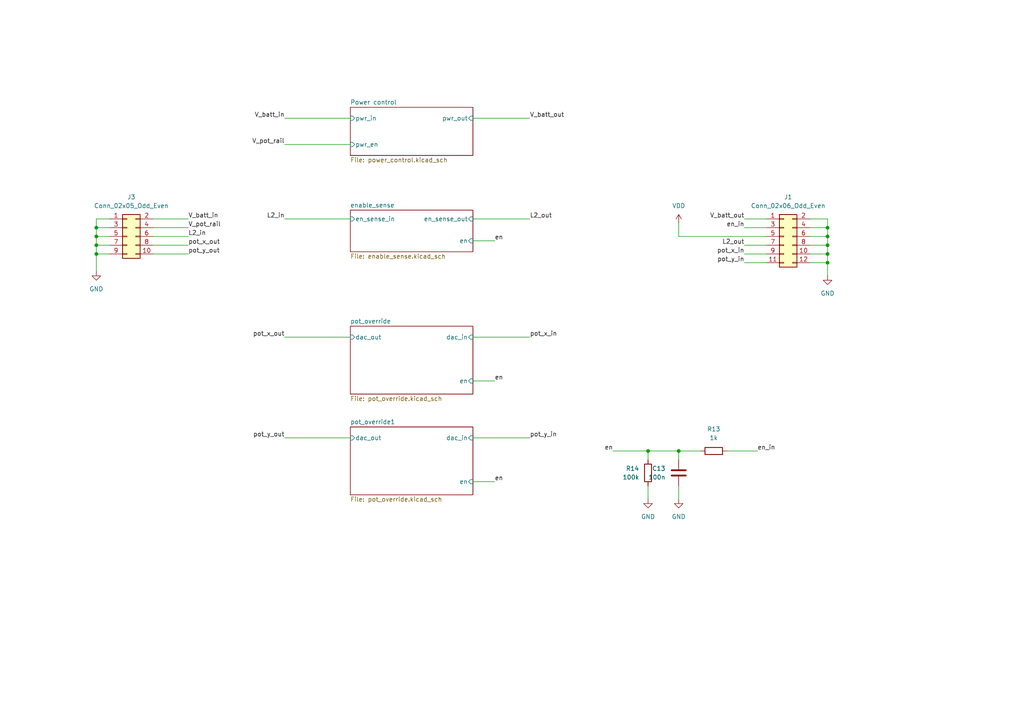
<source format=kicad_sch>
(kicad_sch
	(version 20250114)
	(generator "eeschema")
	(generator_version "9.0")
	(uuid "a1ebae20-a03f-48f7-ade6-932948ccc2fb")
	(paper "A4")
	(lib_symbols
		(symbol "Connector_Generic:Conn_02x05_Odd_Even"
			(pin_names
				(offset 1.016)
				(hide yes)
			)
			(exclude_from_sim no)
			(in_bom yes)
			(on_board yes)
			(property "Reference" "J"
				(at 1.27 7.62 0)
				(effects
					(font
						(size 1.27 1.27)
					)
				)
			)
			(property "Value" "Conn_02x05_Odd_Even"
				(at 1.27 -7.62 0)
				(effects
					(font
						(size 1.27 1.27)
					)
				)
			)
			(property "Footprint" ""
				(at 0 0 0)
				(effects
					(font
						(size 1.27 1.27)
					)
					(hide yes)
				)
			)
			(property "Datasheet" "~"
				(at 0 0 0)
				(effects
					(font
						(size 1.27 1.27)
					)
					(hide yes)
				)
			)
			(property "Description" "Generic connector, double row, 02x05, odd/even pin numbering scheme (row 1 odd numbers, row 2 even numbers), script generated (kicad-library-utils/schlib/autogen/connector/)"
				(at 0 0 0)
				(effects
					(font
						(size 1.27 1.27)
					)
					(hide yes)
				)
			)
			(property "ki_keywords" "connector"
				(at 0 0 0)
				(effects
					(font
						(size 1.27 1.27)
					)
					(hide yes)
				)
			)
			(property "ki_fp_filters" "Connector*:*_2x??_*"
				(at 0 0 0)
				(effects
					(font
						(size 1.27 1.27)
					)
					(hide yes)
				)
			)
			(symbol "Conn_02x05_Odd_Even_1_1"
				(rectangle
					(start -1.27 6.35)
					(end 3.81 -6.35)
					(stroke
						(width 0.254)
						(type default)
					)
					(fill
						(type background)
					)
				)
				(rectangle
					(start -1.27 5.207)
					(end 0 4.953)
					(stroke
						(width 0.1524)
						(type default)
					)
					(fill
						(type none)
					)
				)
				(rectangle
					(start -1.27 2.667)
					(end 0 2.413)
					(stroke
						(width 0.1524)
						(type default)
					)
					(fill
						(type none)
					)
				)
				(rectangle
					(start -1.27 0.127)
					(end 0 -0.127)
					(stroke
						(width 0.1524)
						(type default)
					)
					(fill
						(type none)
					)
				)
				(rectangle
					(start -1.27 -2.413)
					(end 0 -2.667)
					(stroke
						(width 0.1524)
						(type default)
					)
					(fill
						(type none)
					)
				)
				(rectangle
					(start -1.27 -4.953)
					(end 0 -5.207)
					(stroke
						(width 0.1524)
						(type default)
					)
					(fill
						(type none)
					)
				)
				(rectangle
					(start 3.81 5.207)
					(end 2.54 4.953)
					(stroke
						(width 0.1524)
						(type default)
					)
					(fill
						(type none)
					)
				)
				(rectangle
					(start 3.81 2.667)
					(end 2.54 2.413)
					(stroke
						(width 0.1524)
						(type default)
					)
					(fill
						(type none)
					)
				)
				(rectangle
					(start 3.81 0.127)
					(end 2.54 -0.127)
					(stroke
						(width 0.1524)
						(type default)
					)
					(fill
						(type none)
					)
				)
				(rectangle
					(start 3.81 -2.413)
					(end 2.54 -2.667)
					(stroke
						(width 0.1524)
						(type default)
					)
					(fill
						(type none)
					)
				)
				(rectangle
					(start 3.81 -4.953)
					(end 2.54 -5.207)
					(stroke
						(width 0.1524)
						(type default)
					)
					(fill
						(type none)
					)
				)
				(pin passive line
					(at -5.08 5.08 0)
					(length 3.81)
					(name "Pin_1"
						(effects
							(font
								(size 1.27 1.27)
							)
						)
					)
					(number "1"
						(effects
							(font
								(size 1.27 1.27)
							)
						)
					)
				)
				(pin passive line
					(at -5.08 2.54 0)
					(length 3.81)
					(name "Pin_3"
						(effects
							(font
								(size 1.27 1.27)
							)
						)
					)
					(number "3"
						(effects
							(font
								(size 1.27 1.27)
							)
						)
					)
				)
				(pin passive line
					(at -5.08 0 0)
					(length 3.81)
					(name "Pin_5"
						(effects
							(font
								(size 1.27 1.27)
							)
						)
					)
					(number "5"
						(effects
							(font
								(size 1.27 1.27)
							)
						)
					)
				)
				(pin passive line
					(at -5.08 -2.54 0)
					(length 3.81)
					(name "Pin_7"
						(effects
							(font
								(size 1.27 1.27)
							)
						)
					)
					(number "7"
						(effects
							(font
								(size 1.27 1.27)
							)
						)
					)
				)
				(pin passive line
					(at -5.08 -5.08 0)
					(length 3.81)
					(name "Pin_9"
						(effects
							(font
								(size 1.27 1.27)
							)
						)
					)
					(number "9"
						(effects
							(font
								(size 1.27 1.27)
							)
						)
					)
				)
				(pin passive line
					(at 7.62 5.08 180)
					(length 3.81)
					(name "Pin_2"
						(effects
							(font
								(size 1.27 1.27)
							)
						)
					)
					(number "2"
						(effects
							(font
								(size 1.27 1.27)
							)
						)
					)
				)
				(pin passive line
					(at 7.62 2.54 180)
					(length 3.81)
					(name "Pin_4"
						(effects
							(font
								(size 1.27 1.27)
							)
						)
					)
					(number "4"
						(effects
							(font
								(size 1.27 1.27)
							)
						)
					)
				)
				(pin passive line
					(at 7.62 0 180)
					(length 3.81)
					(name "Pin_6"
						(effects
							(font
								(size 1.27 1.27)
							)
						)
					)
					(number "6"
						(effects
							(font
								(size 1.27 1.27)
							)
						)
					)
				)
				(pin passive line
					(at 7.62 -2.54 180)
					(length 3.81)
					(name "Pin_8"
						(effects
							(font
								(size 1.27 1.27)
							)
						)
					)
					(number "8"
						(effects
							(font
								(size 1.27 1.27)
							)
						)
					)
				)
				(pin passive line
					(at 7.62 -5.08 180)
					(length 3.81)
					(name "Pin_10"
						(effects
							(font
								(size 1.27 1.27)
							)
						)
					)
					(number "10"
						(effects
							(font
								(size 1.27 1.27)
							)
						)
					)
				)
			)
			(embedded_fonts no)
		)
		(symbol "Connector_Generic:Conn_02x06_Odd_Even"
			(pin_names
				(offset 1.016)
				(hide yes)
			)
			(exclude_from_sim no)
			(in_bom yes)
			(on_board yes)
			(property "Reference" "J"
				(at 1.27 7.62 0)
				(effects
					(font
						(size 1.27 1.27)
					)
				)
			)
			(property "Value" "Conn_02x06_Odd_Even"
				(at 1.27 -10.16 0)
				(effects
					(font
						(size 1.27 1.27)
					)
				)
			)
			(property "Footprint" ""
				(at 0 0 0)
				(effects
					(font
						(size 1.27 1.27)
					)
					(hide yes)
				)
			)
			(property "Datasheet" "~"
				(at 0 0 0)
				(effects
					(font
						(size 1.27 1.27)
					)
					(hide yes)
				)
			)
			(property "Description" "Generic connector, double row, 02x06, odd/even pin numbering scheme (row 1 odd numbers, row 2 even numbers), script generated (kicad-library-utils/schlib/autogen/connector/)"
				(at 0 0 0)
				(effects
					(font
						(size 1.27 1.27)
					)
					(hide yes)
				)
			)
			(property "ki_keywords" "connector"
				(at 0 0 0)
				(effects
					(font
						(size 1.27 1.27)
					)
					(hide yes)
				)
			)
			(property "ki_fp_filters" "Connector*:*_2x??_*"
				(at 0 0 0)
				(effects
					(font
						(size 1.27 1.27)
					)
					(hide yes)
				)
			)
			(symbol "Conn_02x06_Odd_Even_1_1"
				(rectangle
					(start -1.27 6.35)
					(end 3.81 -8.89)
					(stroke
						(width 0.254)
						(type default)
					)
					(fill
						(type background)
					)
				)
				(rectangle
					(start -1.27 5.207)
					(end 0 4.953)
					(stroke
						(width 0.1524)
						(type default)
					)
					(fill
						(type none)
					)
				)
				(rectangle
					(start -1.27 2.667)
					(end 0 2.413)
					(stroke
						(width 0.1524)
						(type default)
					)
					(fill
						(type none)
					)
				)
				(rectangle
					(start -1.27 0.127)
					(end 0 -0.127)
					(stroke
						(width 0.1524)
						(type default)
					)
					(fill
						(type none)
					)
				)
				(rectangle
					(start -1.27 -2.413)
					(end 0 -2.667)
					(stroke
						(width 0.1524)
						(type default)
					)
					(fill
						(type none)
					)
				)
				(rectangle
					(start -1.27 -4.953)
					(end 0 -5.207)
					(stroke
						(width 0.1524)
						(type default)
					)
					(fill
						(type none)
					)
				)
				(rectangle
					(start -1.27 -7.493)
					(end 0 -7.747)
					(stroke
						(width 0.1524)
						(type default)
					)
					(fill
						(type none)
					)
				)
				(rectangle
					(start 3.81 5.207)
					(end 2.54 4.953)
					(stroke
						(width 0.1524)
						(type default)
					)
					(fill
						(type none)
					)
				)
				(rectangle
					(start 3.81 2.667)
					(end 2.54 2.413)
					(stroke
						(width 0.1524)
						(type default)
					)
					(fill
						(type none)
					)
				)
				(rectangle
					(start 3.81 0.127)
					(end 2.54 -0.127)
					(stroke
						(width 0.1524)
						(type default)
					)
					(fill
						(type none)
					)
				)
				(rectangle
					(start 3.81 -2.413)
					(end 2.54 -2.667)
					(stroke
						(width 0.1524)
						(type default)
					)
					(fill
						(type none)
					)
				)
				(rectangle
					(start 3.81 -4.953)
					(end 2.54 -5.207)
					(stroke
						(width 0.1524)
						(type default)
					)
					(fill
						(type none)
					)
				)
				(rectangle
					(start 3.81 -7.493)
					(end 2.54 -7.747)
					(stroke
						(width 0.1524)
						(type default)
					)
					(fill
						(type none)
					)
				)
				(pin passive line
					(at -5.08 5.08 0)
					(length 3.81)
					(name "Pin_1"
						(effects
							(font
								(size 1.27 1.27)
							)
						)
					)
					(number "1"
						(effects
							(font
								(size 1.27 1.27)
							)
						)
					)
				)
				(pin passive line
					(at -5.08 2.54 0)
					(length 3.81)
					(name "Pin_3"
						(effects
							(font
								(size 1.27 1.27)
							)
						)
					)
					(number "3"
						(effects
							(font
								(size 1.27 1.27)
							)
						)
					)
				)
				(pin passive line
					(at -5.08 0 0)
					(length 3.81)
					(name "Pin_5"
						(effects
							(font
								(size 1.27 1.27)
							)
						)
					)
					(number "5"
						(effects
							(font
								(size 1.27 1.27)
							)
						)
					)
				)
				(pin passive line
					(at -5.08 -2.54 0)
					(length 3.81)
					(name "Pin_7"
						(effects
							(font
								(size 1.27 1.27)
							)
						)
					)
					(number "7"
						(effects
							(font
								(size 1.27 1.27)
							)
						)
					)
				)
				(pin passive line
					(at -5.08 -5.08 0)
					(length 3.81)
					(name "Pin_9"
						(effects
							(font
								(size 1.27 1.27)
							)
						)
					)
					(number "9"
						(effects
							(font
								(size 1.27 1.27)
							)
						)
					)
				)
				(pin passive line
					(at -5.08 -7.62 0)
					(length 3.81)
					(name "Pin_11"
						(effects
							(font
								(size 1.27 1.27)
							)
						)
					)
					(number "11"
						(effects
							(font
								(size 1.27 1.27)
							)
						)
					)
				)
				(pin passive line
					(at 7.62 5.08 180)
					(length 3.81)
					(name "Pin_2"
						(effects
							(font
								(size 1.27 1.27)
							)
						)
					)
					(number "2"
						(effects
							(font
								(size 1.27 1.27)
							)
						)
					)
				)
				(pin passive line
					(at 7.62 2.54 180)
					(length 3.81)
					(name "Pin_4"
						(effects
							(font
								(size 1.27 1.27)
							)
						)
					)
					(number "4"
						(effects
							(font
								(size 1.27 1.27)
							)
						)
					)
				)
				(pin passive line
					(at 7.62 0 180)
					(length 3.81)
					(name "Pin_6"
						(effects
							(font
								(size 1.27 1.27)
							)
						)
					)
					(number "6"
						(effects
							(font
								(size 1.27 1.27)
							)
						)
					)
				)
				(pin passive line
					(at 7.62 -2.54 180)
					(length 3.81)
					(name "Pin_8"
						(effects
							(font
								(size 1.27 1.27)
							)
						)
					)
					(number "8"
						(effects
							(font
								(size 1.27 1.27)
							)
						)
					)
				)
				(pin passive line
					(at 7.62 -5.08 180)
					(length 3.81)
					(name "Pin_10"
						(effects
							(font
								(size 1.27 1.27)
							)
						)
					)
					(number "10"
						(effects
							(font
								(size 1.27 1.27)
							)
						)
					)
				)
				(pin passive line
					(at 7.62 -7.62 180)
					(length 3.81)
					(name "Pin_12"
						(effects
							(font
								(size 1.27 1.27)
							)
						)
					)
					(number "12"
						(effects
							(font
								(size 1.27 1.27)
							)
						)
					)
				)
			)
			(embedded_fonts no)
		)
		(symbol "Device:C"
			(pin_numbers
				(hide yes)
			)
			(pin_names
				(offset 0.254)
			)
			(exclude_from_sim no)
			(in_bom yes)
			(on_board yes)
			(property "Reference" "C"
				(at 0.635 2.54 0)
				(effects
					(font
						(size 1.27 1.27)
					)
					(justify left)
				)
			)
			(property "Value" "C"
				(at 0.635 -2.54 0)
				(effects
					(font
						(size 1.27 1.27)
					)
					(justify left)
				)
			)
			(property "Footprint" ""
				(at 0.9652 -3.81 0)
				(effects
					(font
						(size 1.27 1.27)
					)
					(hide yes)
				)
			)
			(property "Datasheet" "~"
				(at 0 0 0)
				(effects
					(font
						(size 1.27 1.27)
					)
					(hide yes)
				)
			)
			(property "Description" "Unpolarized capacitor"
				(at 0 0 0)
				(effects
					(font
						(size 1.27 1.27)
					)
					(hide yes)
				)
			)
			(property "ki_keywords" "cap capacitor"
				(at 0 0 0)
				(effects
					(font
						(size 1.27 1.27)
					)
					(hide yes)
				)
			)
			(property "ki_fp_filters" "C_*"
				(at 0 0 0)
				(effects
					(font
						(size 1.27 1.27)
					)
					(hide yes)
				)
			)
			(symbol "C_0_1"
				(polyline
					(pts
						(xy -2.032 0.762) (xy 2.032 0.762)
					)
					(stroke
						(width 0.508)
						(type default)
					)
					(fill
						(type none)
					)
				)
				(polyline
					(pts
						(xy -2.032 -0.762) (xy 2.032 -0.762)
					)
					(stroke
						(width 0.508)
						(type default)
					)
					(fill
						(type none)
					)
				)
			)
			(symbol "C_1_1"
				(pin passive line
					(at 0 3.81 270)
					(length 2.794)
					(name "~"
						(effects
							(font
								(size 1.27 1.27)
							)
						)
					)
					(number "1"
						(effects
							(font
								(size 1.27 1.27)
							)
						)
					)
				)
				(pin passive line
					(at 0 -3.81 90)
					(length 2.794)
					(name "~"
						(effects
							(font
								(size 1.27 1.27)
							)
						)
					)
					(number "2"
						(effects
							(font
								(size 1.27 1.27)
							)
						)
					)
				)
			)
			(embedded_fonts no)
		)
		(symbol "Device:R"
			(pin_numbers
				(hide yes)
			)
			(pin_names
				(offset 0)
			)
			(exclude_from_sim no)
			(in_bom yes)
			(on_board yes)
			(property "Reference" "R"
				(at 2.032 0 90)
				(effects
					(font
						(size 1.27 1.27)
					)
				)
			)
			(property "Value" "R"
				(at 0 0 90)
				(effects
					(font
						(size 1.27 1.27)
					)
				)
			)
			(property "Footprint" ""
				(at -1.778 0 90)
				(effects
					(font
						(size 1.27 1.27)
					)
					(hide yes)
				)
			)
			(property "Datasheet" "~"
				(at 0 0 0)
				(effects
					(font
						(size 1.27 1.27)
					)
					(hide yes)
				)
			)
			(property "Description" "Resistor"
				(at 0 0 0)
				(effects
					(font
						(size 1.27 1.27)
					)
					(hide yes)
				)
			)
			(property "ki_keywords" "R res resistor"
				(at 0 0 0)
				(effects
					(font
						(size 1.27 1.27)
					)
					(hide yes)
				)
			)
			(property "ki_fp_filters" "R_*"
				(at 0 0 0)
				(effects
					(font
						(size 1.27 1.27)
					)
					(hide yes)
				)
			)
			(symbol "R_0_1"
				(rectangle
					(start -1.016 -2.54)
					(end 1.016 2.54)
					(stroke
						(width 0.254)
						(type default)
					)
					(fill
						(type none)
					)
				)
			)
			(symbol "R_1_1"
				(pin passive line
					(at 0 3.81 270)
					(length 1.27)
					(name "~"
						(effects
							(font
								(size 1.27 1.27)
							)
						)
					)
					(number "1"
						(effects
							(font
								(size 1.27 1.27)
							)
						)
					)
				)
				(pin passive line
					(at 0 -3.81 90)
					(length 1.27)
					(name "~"
						(effects
							(font
								(size 1.27 1.27)
							)
						)
					)
					(number "2"
						(effects
							(font
								(size 1.27 1.27)
							)
						)
					)
				)
			)
			(embedded_fonts no)
		)
		(symbol "power:GND"
			(power)
			(pin_numbers
				(hide yes)
			)
			(pin_names
				(offset 0)
				(hide yes)
			)
			(exclude_from_sim no)
			(in_bom yes)
			(on_board yes)
			(property "Reference" "#PWR"
				(at 0 -6.35 0)
				(effects
					(font
						(size 1.27 1.27)
					)
					(hide yes)
				)
			)
			(property "Value" "GND"
				(at 0 -3.81 0)
				(effects
					(font
						(size 1.27 1.27)
					)
				)
			)
			(property "Footprint" ""
				(at 0 0 0)
				(effects
					(font
						(size 1.27 1.27)
					)
					(hide yes)
				)
			)
			(property "Datasheet" ""
				(at 0 0 0)
				(effects
					(font
						(size 1.27 1.27)
					)
					(hide yes)
				)
			)
			(property "Description" "Power symbol creates a global label with name \"GND\" , ground"
				(at 0 0 0)
				(effects
					(font
						(size 1.27 1.27)
					)
					(hide yes)
				)
			)
			(property "ki_keywords" "global power"
				(at 0 0 0)
				(effects
					(font
						(size 1.27 1.27)
					)
					(hide yes)
				)
			)
			(symbol "GND_0_1"
				(polyline
					(pts
						(xy 0 0) (xy 0 -1.27) (xy 1.27 -1.27) (xy 0 -2.54) (xy -1.27 -1.27) (xy 0 -1.27)
					)
					(stroke
						(width 0)
						(type default)
					)
					(fill
						(type none)
					)
				)
			)
			(symbol "GND_1_1"
				(pin power_in line
					(at 0 0 270)
					(length 0)
					(name "~"
						(effects
							(font
								(size 1.27 1.27)
							)
						)
					)
					(number "1"
						(effects
							(font
								(size 1.27 1.27)
							)
						)
					)
				)
			)
			(embedded_fonts no)
		)
		(symbol "power:VDD"
			(power)
			(pin_numbers
				(hide yes)
			)
			(pin_names
				(offset 0)
				(hide yes)
			)
			(exclude_from_sim no)
			(in_bom yes)
			(on_board yes)
			(property "Reference" "#PWR"
				(at 0 -3.81 0)
				(effects
					(font
						(size 1.27 1.27)
					)
					(hide yes)
				)
			)
			(property "Value" "VDD"
				(at 0 3.556 0)
				(effects
					(font
						(size 1.27 1.27)
					)
				)
			)
			(property "Footprint" ""
				(at 0 0 0)
				(effects
					(font
						(size 1.27 1.27)
					)
					(hide yes)
				)
			)
			(property "Datasheet" ""
				(at 0 0 0)
				(effects
					(font
						(size 1.27 1.27)
					)
					(hide yes)
				)
			)
			(property "Description" "Power symbol creates a global label with name \"VDD\""
				(at 0 0 0)
				(effects
					(font
						(size 1.27 1.27)
					)
					(hide yes)
				)
			)
			(property "ki_keywords" "global power"
				(at 0 0 0)
				(effects
					(font
						(size 1.27 1.27)
					)
					(hide yes)
				)
			)
			(symbol "VDD_0_1"
				(polyline
					(pts
						(xy -0.762 1.27) (xy 0 2.54)
					)
					(stroke
						(width 0)
						(type default)
					)
					(fill
						(type none)
					)
				)
				(polyline
					(pts
						(xy 0 2.54) (xy 0.762 1.27)
					)
					(stroke
						(width 0)
						(type default)
					)
					(fill
						(type none)
					)
				)
				(polyline
					(pts
						(xy 0 0) (xy 0 2.54)
					)
					(stroke
						(width 0)
						(type default)
					)
					(fill
						(type none)
					)
				)
			)
			(symbol "VDD_1_1"
				(pin power_in line
					(at 0 0 90)
					(length 0)
					(name "~"
						(effects
							(font
								(size 1.27 1.27)
							)
						)
					)
					(number "1"
						(effects
							(font
								(size 1.27 1.27)
							)
						)
					)
				)
			)
			(embedded_fonts no)
		)
	)
	(junction
		(at 240.03 71.12)
		(diameter 0)
		(color 0 0 0 0)
		(uuid "0b6f046e-9226-4d54-bf31-2e3cd2757157")
	)
	(junction
		(at 27.94 71.12)
		(diameter 0)
		(color 0 0 0 0)
		(uuid "0c1392c3-6f1b-435a-a5bb-03aa758dc847")
	)
	(junction
		(at 187.96 130.81)
		(diameter 0)
		(color 0 0 0 0)
		(uuid "17617f8c-6e67-4c38-9924-723cb6d06c67")
	)
	(junction
		(at 27.94 68.58)
		(diameter 0)
		(color 0 0 0 0)
		(uuid "27f432db-3969-48ab-b08a-aca09499b3d0")
	)
	(junction
		(at 240.03 66.04)
		(diameter 0)
		(color 0 0 0 0)
		(uuid "629e4382-9a0e-4af7-b144-055e5963b2b6")
	)
	(junction
		(at 240.03 76.2)
		(diameter 0)
		(color 0 0 0 0)
		(uuid "884a7294-3876-4653-9a4b-d9e62023e85b")
	)
	(junction
		(at 240.03 68.58)
		(diameter 0)
		(color 0 0 0 0)
		(uuid "bf0c8cf6-03b3-4e0c-bf75-a81b6893695f")
	)
	(junction
		(at 27.94 66.04)
		(diameter 0)
		(color 0 0 0 0)
		(uuid "c11f005e-5453-4e20-886b-3091e52611da")
	)
	(junction
		(at 196.85 130.81)
		(diameter 0)
		(color 0 0 0 0)
		(uuid "de011f1a-5922-4371-add6-1d3fee0db3de")
	)
	(junction
		(at 240.03 73.66)
		(diameter 0)
		(color 0 0 0 0)
		(uuid "f99b51f7-c8e4-4d7d-ae36-5215cc39d9aa")
	)
	(junction
		(at 27.94 73.66)
		(diameter 0)
		(color 0 0 0 0)
		(uuid "fb3ad5e8-8270-47c0-8e8a-3b714bf815ad")
	)
	(wire
		(pts
			(xy 27.94 73.66) (xy 31.75 73.66)
		)
		(stroke
			(width 0)
			(type default)
		)
		(uuid "069317c2-3ac0-4659-9f12-d3cbb9e17271")
	)
	(wire
		(pts
			(xy 234.95 63.5) (xy 240.03 63.5)
		)
		(stroke
			(width 0)
			(type default)
		)
		(uuid "08ce9829-46e8-4b49-aa7c-9e05221baee2")
	)
	(wire
		(pts
			(xy 44.45 73.66) (xy 54.61 73.66)
		)
		(stroke
			(width 0)
			(type default)
		)
		(uuid "0db68ca7-d1c7-49c1-8c5b-21345d4230de")
	)
	(wire
		(pts
			(xy 240.03 71.12) (xy 240.03 73.66)
		)
		(stroke
			(width 0)
			(type default)
		)
		(uuid "1589d92f-2f23-470b-9f30-380d2b01afdd")
	)
	(wire
		(pts
			(xy 27.94 71.12) (xy 27.94 73.66)
		)
		(stroke
			(width 0)
			(type default)
		)
		(uuid "203effbe-3436-48e9-97b4-18abd394d3fe")
	)
	(wire
		(pts
			(xy 137.16 127) (xy 153.67 127)
		)
		(stroke
			(width 0)
			(type default)
		)
		(uuid "2291722b-a8c3-41cd-a2b3-3a13fe13d9f2")
	)
	(wire
		(pts
			(xy 44.45 66.04) (xy 54.61 66.04)
		)
		(stroke
			(width 0)
			(type default)
		)
		(uuid "26afd28d-84d0-4474-ac69-afbdd65158f9")
	)
	(wire
		(pts
			(xy 215.9 73.66) (xy 222.25 73.66)
		)
		(stroke
			(width 0)
			(type default)
		)
		(uuid "27c20e7d-eea2-4c14-bbd3-c33f1329763b")
	)
	(wire
		(pts
			(xy 210.82 130.81) (xy 219.71 130.81)
		)
		(stroke
			(width 0)
			(type default)
		)
		(uuid "2babc542-5578-455f-ac7e-25c2d0720c29")
	)
	(wire
		(pts
			(xy 187.96 140.97) (xy 187.96 144.78)
		)
		(stroke
			(width 0)
			(type default)
		)
		(uuid "31433b83-9948-4c74-98ae-cb6dfda5ed0e")
	)
	(wire
		(pts
			(xy 137.16 139.7) (xy 143.51 139.7)
		)
		(stroke
			(width 0)
			(type default)
		)
		(uuid "358f2c97-c07c-457a-8427-b2d1ba2acaf9")
	)
	(wire
		(pts
			(xy 196.85 68.58) (xy 222.25 68.58)
		)
		(stroke
			(width 0)
			(type default)
		)
		(uuid "385ee077-0e8e-4769-aaa7-ac55e84ce46e")
	)
	(wire
		(pts
			(xy 27.94 71.12) (xy 31.75 71.12)
		)
		(stroke
			(width 0)
			(type default)
		)
		(uuid "3e9e6bb0-c088-4f9d-862e-3fed350a36fb")
	)
	(wire
		(pts
			(xy 137.16 63.5) (xy 153.67 63.5)
		)
		(stroke
			(width 0)
			(type default)
		)
		(uuid "3f3fb96b-50b6-4b9c-8ffa-07deb850378b")
	)
	(wire
		(pts
			(xy 137.16 69.85) (xy 143.51 69.85)
		)
		(stroke
			(width 0)
			(type default)
		)
		(uuid "424708e6-8615-4c82-9edf-4cdc06ba861a")
	)
	(wire
		(pts
			(xy 137.16 34.29) (xy 153.67 34.29)
		)
		(stroke
			(width 0)
			(type default)
		)
		(uuid "463e84a2-04e4-4684-a46b-7611cc8fe94c")
	)
	(wire
		(pts
			(xy 234.95 66.04) (xy 240.03 66.04)
		)
		(stroke
			(width 0)
			(type default)
		)
		(uuid "4f143db5-0185-4091-a7a5-067c0f3e4c67")
	)
	(wire
		(pts
			(xy 27.94 66.04) (xy 31.75 66.04)
		)
		(stroke
			(width 0)
			(type default)
		)
		(uuid "526d6944-248b-4ffa-891f-015dd7797a0f")
	)
	(wire
		(pts
			(xy 82.55 97.79) (xy 101.6 97.79)
		)
		(stroke
			(width 0)
			(type default)
		)
		(uuid "5883af82-7f74-48f6-b240-a54c864c4e80")
	)
	(wire
		(pts
			(xy 27.94 68.58) (xy 31.75 68.58)
		)
		(stroke
			(width 0)
			(type default)
		)
		(uuid "5a5e3119-b937-4f31-a8d0-ac30471909d5")
	)
	(wire
		(pts
			(xy 137.16 97.79) (xy 153.67 97.79)
		)
		(stroke
			(width 0)
			(type default)
		)
		(uuid "5c25fd53-728f-4b96-973d-ac98f6fdfc57")
	)
	(wire
		(pts
			(xy 240.03 66.04) (xy 240.03 68.58)
		)
		(stroke
			(width 0)
			(type default)
		)
		(uuid "660de610-9ad1-4a9c-8ff0-bf7f74bf49c2")
	)
	(wire
		(pts
			(xy 215.9 76.2) (xy 222.25 76.2)
		)
		(stroke
			(width 0)
			(type default)
		)
		(uuid "68722b8b-c8ba-463c-baab-adf7632f36c8")
	)
	(wire
		(pts
			(xy 44.45 71.12) (xy 54.61 71.12)
		)
		(stroke
			(width 0)
			(type default)
		)
		(uuid "737ba994-c927-4d38-90e7-a69bbb1bc835")
	)
	(wire
		(pts
			(xy 31.75 63.5) (xy 27.94 63.5)
		)
		(stroke
			(width 0)
			(type default)
		)
		(uuid "75efc343-778c-4403-8506-c6a98b693af2")
	)
	(wire
		(pts
			(xy 240.03 76.2) (xy 240.03 80.01)
		)
		(stroke
			(width 0)
			(type default)
		)
		(uuid "79a87b53-5574-4d44-bdac-3e0bc8bd783e")
	)
	(wire
		(pts
			(xy 27.94 73.66) (xy 27.94 78.74)
		)
		(stroke
			(width 0)
			(type default)
		)
		(uuid "823b70eb-4336-463d-ade1-74786b3c214d")
	)
	(wire
		(pts
			(xy 82.55 34.29) (xy 101.6 34.29)
		)
		(stroke
			(width 0)
			(type default)
		)
		(uuid "859e71f0-40fc-430f-8a5a-3cb8afb222ab")
	)
	(wire
		(pts
			(xy 196.85 140.97) (xy 196.85 144.78)
		)
		(stroke
			(width 0)
			(type default)
		)
		(uuid "904960c3-e9bc-4b99-97a1-aac4eddc8d6d")
	)
	(wire
		(pts
			(xy 44.45 68.58) (xy 54.61 68.58)
		)
		(stroke
			(width 0)
			(type default)
		)
		(uuid "96aecb21-0c71-45e9-9c5d-e64de48e20a3")
	)
	(wire
		(pts
			(xy 27.94 63.5) (xy 27.94 66.04)
		)
		(stroke
			(width 0)
			(type default)
		)
		(uuid "9b1abee1-a367-48e8-a0bf-62f92d3b56a0")
	)
	(wire
		(pts
			(xy 187.96 130.81) (xy 187.96 133.35)
		)
		(stroke
			(width 0)
			(type default)
		)
		(uuid "9c8a735b-9163-4f95-8e1e-99f9abe5a0fe")
	)
	(wire
		(pts
			(xy 215.9 63.5) (xy 222.25 63.5)
		)
		(stroke
			(width 0)
			(type default)
		)
		(uuid "a68c9851-fbd7-4ba6-91e1-d622d261c5d6")
	)
	(wire
		(pts
			(xy 177.8 130.81) (xy 187.96 130.81)
		)
		(stroke
			(width 0)
			(type default)
		)
		(uuid "ab8cd71a-84d9-469c-8a22-125e97683894")
	)
	(wire
		(pts
			(xy 27.94 66.04) (xy 27.94 68.58)
		)
		(stroke
			(width 0)
			(type default)
		)
		(uuid "accdfa01-73b4-4f42-bf9e-906cb54210cd")
	)
	(wire
		(pts
			(xy 82.55 127) (xy 101.6 127)
		)
		(stroke
			(width 0)
			(type default)
		)
		(uuid "adaf28ec-63db-44fe-9dee-0dcf06dd5f17")
	)
	(wire
		(pts
			(xy 215.9 71.12) (xy 222.25 71.12)
		)
		(stroke
			(width 0)
			(type default)
		)
		(uuid "b05f4510-beba-433a-be0c-2be882c83bc3")
	)
	(wire
		(pts
			(xy 234.95 73.66) (xy 240.03 73.66)
		)
		(stroke
			(width 0)
			(type default)
		)
		(uuid "b074e3ba-f666-40d8-916b-fd83cdb810ff")
	)
	(wire
		(pts
			(xy 82.55 41.91) (xy 101.6 41.91)
		)
		(stroke
			(width 0)
			(type default)
		)
		(uuid "bed760a3-7922-456e-8fe3-95f29967b2f7")
	)
	(wire
		(pts
			(xy 137.16 110.49) (xy 143.51 110.49)
		)
		(stroke
			(width 0)
			(type default)
		)
		(uuid "c342a4dd-590e-4b8b-9944-978be9f4a8b8")
	)
	(wire
		(pts
			(xy 240.03 63.5) (xy 240.03 66.04)
		)
		(stroke
			(width 0)
			(type default)
		)
		(uuid "c715091a-f8d1-4ad0-a127-315e4ce38d09")
	)
	(wire
		(pts
			(xy 215.9 66.04) (xy 222.25 66.04)
		)
		(stroke
			(width 0)
			(type default)
		)
		(uuid "cebcaa72-a6e9-4f7f-af20-1051d2203963")
	)
	(wire
		(pts
			(xy 203.2 130.81) (xy 196.85 130.81)
		)
		(stroke
			(width 0)
			(type default)
		)
		(uuid "dd25f896-2ad8-4028-9bc5-6d0afef566d4")
	)
	(wire
		(pts
			(xy 196.85 68.58) (xy 196.85 64.77)
		)
		(stroke
			(width 0)
			(type default)
		)
		(uuid "defcaaaa-2738-465d-bec6-0230a976d144")
	)
	(wire
		(pts
			(xy 234.95 71.12) (xy 240.03 71.12)
		)
		(stroke
			(width 0)
			(type default)
		)
		(uuid "df7e7d94-2f37-4948-808b-062e9a0b4115")
	)
	(wire
		(pts
			(xy 234.95 68.58) (xy 240.03 68.58)
		)
		(stroke
			(width 0)
			(type default)
		)
		(uuid "e039cfc8-dbb6-4959-9c44-7e755d0cce60")
	)
	(wire
		(pts
			(xy 240.03 73.66) (xy 240.03 76.2)
		)
		(stroke
			(width 0)
			(type default)
		)
		(uuid "e36835df-72db-4e58-9868-146980905b8c")
	)
	(wire
		(pts
			(xy 196.85 133.35) (xy 196.85 130.81)
		)
		(stroke
			(width 0)
			(type default)
		)
		(uuid "e57917f8-06f8-488f-a95e-93983935b021")
	)
	(wire
		(pts
			(xy 27.94 68.58) (xy 27.94 71.12)
		)
		(stroke
			(width 0)
			(type default)
		)
		(uuid "e5e12f0e-8ad9-44fc-9a09-7da14463e2f8")
	)
	(wire
		(pts
			(xy 234.95 76.2) (xy 240.03 76.2)
		)
		(stroke
			(width 0)
			(type default)
		)
		(uuid "e6038fc3-5379-43f5-ab8a-87ce692d961e")
	)
	(wire
		(pts
			(xy 82.55 63.5) (xy 101.6 63.5)
		)
		(stroke
			(width 0)
			(type default)
		)
		(uuid "ec56fc85-e14e-4239-b7dc-6c57871e7aed")
	)
	(wire
		(pts
			(xy 196.85 130.81) (xy 187.96 130.81)
		)
		(stroke
			(width 0)
			(type default)
		)
		(uuid "f07bdecc-b433-4681-9612-3ad98243b919")
	)
	(wire
		(pts
			(xy 240.03 68.58) (xy 240.03 71.12)
		)
		(stroke
			(width 0)
			(type default)
		)
		(uuid "fb295564-0d2d-45cf-a08c-526720f2208c")
	)
	(wire
		(pts
			(xy 44.45 63.5) (xy 54.61 63.5)
		)
		(stroke
			(width 0)
			(type default)
		)
		(uuid "ff240ddf-2ed3-42fb-acd3-372fc1ef0de7")
	)
	(label "V_batt_in"
		(at 54.61 63.5 0)
		(effects
			(font
				(size 1.27 1.27)
			)
			(justify left bottom)
		)
		(uuid "184146aa-7230-4f0a-b888-fd33a80c2044")
	)
	(label "pot_x_out"
		(at 54.61 71.12 0)
		(effects
			(font
				(size 1.27 1.27)
			)
			(justify left bottom)
		)
		(uuid "2f4b2ee4-1de4-4b17-9dc5-3f482d40ed47")
	)
	(label "L2_out"
		(at 215.9 71.12 180)
		(effects
			(font
				(size 1.27 1.27)
			)
			(justify right bottom)
		)
		(uuid "30660909-09fe-43c0-a7f5-02fc5b6ccd8a")
	)
	(label "pot_x_out"
		(at 82.55 97.79 180)
		(effects
			(font
				(size 1.27 1.27)
			)
			(justify right bottom)
		)
		(uuid "3247ff5a-3750-4f28-bb2b-117d12aba590")
	)
	(label "en_in"
		(at 215.9 66.04 180)
		(effects
			(font
				(size 1.27 1.27)
			)
			(justify right bottom)
		)
		(uuid "386a41f0-5cfd-4e1b-841f-74e9d1031d50")
	)
	(label "en_in"
		(at 219.71 130.81 0)
		(effects
			(font
				(size 1.27 1.27)
			)
			(justify left bottom)
		)
		(uuid "3bdf1eb7-5340-4962-91e1-83e1c8ba886f")
	)
	(label "en"
		(at 143.51 69.85 0)
		(effects
			(font
				(size 1.27 1.27)
			)
			(justify left bottom)
		)
		(uuid "42d34655-4e0d-429e-993d-3353985e97ca")
	)
	(label "V_batt_in"
		(at 82.55 34.29 180)
		(effects
			(font
				(size 1.27 1.27)
			)
			(justify right bottom)
		)
		(uuid "45ffce1c-0d4f-4f59-af6b-089a34244093")
	)
	(label "V_pot_rail"
		(at 54.61 66.04 0)
		(effects
			(font
				(size 1.27 1.27)
			)
			(justify left bottom)
		)
		(uuid "48c1f7a9-6145-4927-9e41-63fb61f87984")
	)
	(label "V_batt_out"
		(at 153.67 34.29 0)
		(effects
			(font
				(size 1.27 1.27)
			)
			(justify left bottom)
		)
		(uuid "67a6f2b8-4e0b-4636-995a-3b8ea5293079")
	)
	(label "en"
		(at 143.51 139.7 0)
		(effects
			(font
				(size 1.27 1.27)
			)
			(justify left bottom)
		)
		(uuid "76838167-e27d-4478-ba00-4bd26d9a23e7")
	)
	(label "pot_y_in"
		(at 153.67 127 0)
		(effects
			(font
				(size 1.27 1.27)
			)
			(justify left bottom)
		)
		(uuid "83b93068-6419-46ef-a566-3ab685bbc8a0")
	)
	(label "pot_x_in"
		(at 153.67 97.79 0)
		(effects
			(font
				(size 1.27 1.27)
			)
			(justify left bottom)
		)
		(uuid "8643d05d-f3ef-4021-9003-729a91b48e2a")
	)
	(label "L2_in"
		(at 54.61 68.58 0)
		(effects
			(font
				(size 1.27 1.27)
			)
			(justify left bottom)
		)
		(uuid "8fddcabc-ced6-40c3-8033-0edd2e3aa859")
	)
	(label "pot_y_out"
		(at 54.61 73.66 0)
		(effects
			(font
				(size 1.27 1.27)
			)
			(justify left bottom)
		)
		(uuid "bb78370a-8a6e-43da-83ef-26de66f7d59b")
	)
	(label "L2_in"
		(at 82.55 63.5 180)
		(effects
			(font
				(size 1.27 1.27)
			)
			(justify right bottom)
		)
		(uuid "c24097a7-db39-4ac6-99fa-6b4169dfe086")
	)
	(label "pot_x_in"
		(at 215.9 73.66 180)
		(effects
			(font
				(size 1.27 1.27)
			)
			(justify right bottom)
		)
		(uuid "c5e93bbf-66fc-4e78-ad30-aa449d9f0dd8")
	)
	(label "V_batt_out"
		(at 215.9 63.5 180)
		(effects
			(font
				(size 1.27 1.27)
			)
			(justify right bottom)
		)
		(uuid "cf8b9184-c1a3-4777-9c53-d9fd198e2ef1")
	)
	(label "en"
		(at 143.51 110.49 0)
		(effects
			(font
				(size 1.27 1.27)
			)
			(justify left bottom)
		)
		(uuid "df7cece2-b2b7-4e42-b056-cd2e18352239")
	)
	(label "pot_y_out"
		(at 82.55 127 180)
		(effects
			(font
				(size 1.27 1.27)
			)
			(justify right bottom)
		)
		(uuid "e0d24d16-f7d6-49ab-b0a9-bd9e97a13eea")
	)
	(label "en"
		(at 177.8 130.81 180)
		(effects
			(font
				(size 1.27 1.27)
			)
			(justify right bottom)
		)
		(uuid "e46d5261-5732-465b-be17-0620c4d301db")
	)
	(label "L2_out"
		(at 153.67 63.5 0)
		(effects
			(font
				(size 1.27 1.27)
			)
			(justify left bottom)
		)
		(uuid "e5e2407e-3666-49d3-8e3a-47eed06ab8e7")
	)
	(label "pot_y_in"
		(at 215.9 76.2 180)
		(effects
			(font
				(size 1.27 1.27)
			)
			(justify right bottom)
		)
		(uuid "f26e7cbc-b06c-4c4d-8fc5-04080f9e24f6")
	)
	(label "V_pot_rail"
		(at 82.55 41.91 180)
		(effects
			(font
				(size 1.27 1.27)
			)
			(justify right bottom)
		)
		(uuid "fa30eeac-fd8a-436b-9926-d7893ce226bb")
	)
	(symbol
		(lib_id "power:GND")
		(at 240.03 80.01 0)
		(mirror y)
		(unit 1)
		(exclude_from_sim no)
		(in_bom yes)
		(on_board yes)
		(dnp no)
		(fields_autoplaced yes)
		(uuid "0a6c6003-3506-497b-946d-44d8cdf742fb")
		(property "Reference" "#PWR037"
			(at 240.03 86.36 0)
			(effects
				(font
					(size 1.27 1.27)
				)
				(hide yes)
			)
		)
		(property "Value" "GND"
			(at 240.03 85.09 0)
			(effects
				(font
					(size 1.27 1.27)
				)
			)
		)
		(property "Footprint" ""
			(at 240.03 80.01 0)
			(effects
				(font
					(size 1.27 1.27)
				)
				(hide yes)
			)
		)
		(property "Datasheet" ""
			(at 240.03 80.01 0)
			(effects
				(font
					(size 1.27 1.27)
				)
				(hide yes)
			)
		)
		(property "Description" "Power symbol creates a global label with name \"GND\" , ground"
			(at 240.03 80.01 0)
			(effects
				(font
					(size 1.27 1.27)
				)
				(hide yes)
			)
		)
		(pin "1"
			(uuid "2120ea71-2240-4ea4-b5eb-80866345e92a")
		)
		(instances
			(project "override_board"
				(path "/a1ebae20-a03f-48f7-ade6-932948ccc2fb"
					(reference "#PWR037")
					(unit 1)
				)
			)
		)
	)
	(symbol
		(lib_id "Device:R")
		(at 207.01 130.81 270)
		(mirror x)
		(unit 1)
		(exclude_from_sim no)
		(in_bom yes)
		(on_board yes)
		(dnp no)
		(fields_autoplaced yes)
		(uuid "0c2db59e-4009-4231-bcf4-0049a85bb6ea")
		(property "Reference" "R13"
			(at 207.01 124.46 90)
			(effects
				(font
					(size 1.27 1.27)
				)
			)
		)
		(property "Value" "1k"
			(at 207.01 127 90)
			(effects
				(font
					(size 1.27 1.27)
				)
			)
		)
		(property "Footprint" "Resistor_SMD:R_0603_1608Metric"
			(at 207.01 132.588 90)
			(effects
				(font
					(size 1.27 1.27)
				)
				(hide yes)
			)
		)
		(property "Datasheet" "~"
			(at 207.01 130.81 0)
			(effects
				(font
					(size 1.27 1.27)
				)
				(hide yes)
			)
		)
		(property "Description" "Resistor"
			(at 207.01 130.81 0)
			(effects
				(font
					(size 1.27 1.27)
				)
				(hide yes)
			)
		)
		(pin "2"
			(uuid "371d8f1d-921a-4a2f-9fbe-9c7a9852a37b")
		)
		(pin "1"
			(uuid "f200be53-2635-442e-84ea-75caa0cf03ac")
		)
		(instances
			(project "override_board"
				(path "/a1ebae20-a03f-48f7-ade6-932948ccc2fb"
					(reference "R13")
					(unit 1)
				)
			)
		)
	)
	(symbol
		(lib_id "Device:C")
		(at 196.85 137.16 0)
		(mirror y)
		(unit 1)
		(exclude_from_sim no)
		(in_bom yes)
		(on_board yes)
		(dnp no)
		(fields_autoplaced yes)
		(uuid "11cc2824-b3c3-4bfb-a94d-2361b1a7cd51")
		(property "Reference" "C13"
			(at 193.04 135.8899 0)
			(effects
				(font
					(size 1.27 1.27)
				)
				(justify left)
			)
		)
		(property "Value" "100n"
			(at 193.04 138.4299 0)
			(effects
				(font
					(size 1.27 1.27)
				)
				(justify left)
			)
		)
		(property "Footprint" "Capacitor_SMD:C_0603_1608Metric"
			(at 195.8848 140.97 0)
			(effects
				(font
					(size 1.27 1.27)
				)
				(hide yes)
			)
		)
		(property "Datasheet" "~"
			(at 196.85 137.16 0)
			(effects
				(font
					(size 1.27 1.27)
				)
				(hide yes)
			)
		)
		(property "Description" "Unpolarized capacitor"
			(at 196.85 137.16 0)
			(effects
				(font
					(size 1.27 1.27)
				)
				(hide yes)
			)
		)
		(pin "1"
			(uuid "a752e973-37eb-44b8-8101-22bbced42521")
		)
		(pin "2"
			(uuid "ada5a57e-1e50-4d03-90e6-d7b496d7a050")
		)
		(instances
			(project "override_board"
				(path "/a1ebae20-a03f-48f7-ade6-932948ccc2fb"
					(reference "C13")
					(unit 1)
				)
			)
		)
	)
	(symbol
		(lib_id "power:GND")
		(at 27.94 78.74 0)
		(unit 1)
		(exclude_from_sim no)
		(in_bom yes)
		(on_board yes)
		(dnp no)
		(fields_autoplaced yes)
		(uuid "2daaf057-5321-40a0-9e56-94bdb02760be")
		(property "Reference" "#PWR033"
			(at 27.94 85.09 0)
			(effects
				(font
					(size 1.27 1.27)
				)
				(hide yes)
			)
		)
		(property "Value" "GND"
			(at 27.94 83.82 0)
			(effects
				(font
					(size 1.27 1.27)
				)
			)
		)
		(property "Footprint" ""
			(at 27.94 78.74 0)
			(effects
				(font
					(size 1.27 1.27)
				)
				(hide yes)
			)
		)
		(property "Datasheet" ""
			(at 27.94 78.74 0)
			(effects
				(font
					(size 1.27 1.27)
				)
				(hide yes)
			)
		)
		(property "Description" "Power symbol creates a global label with name \"GND\" , ground"
			(at 27.94 78.74 0)
			(effects
				(font
					(size 1.27 1.27)
				)
				(hide yes)
			)
		)
		(pin "1"
			(uuid "126b57af-a660-4da4-899c-03fa9a520777")
		)
		(instances
			(project ""
				(path "/a1ebae20-a03f-48f7-ade6-932948ccc2fb"
					(reference "#PWR033")
					(unit 1)
				)
			)
		)
	)
	(symbol
		(lib_id "Connector_Generic:Conn_02x06_Odd_Even")
		(at 227.33 68.58 0)
		(unit 1)
		(exclude_from_sim no)
		(in_bom yes)
		(on_board yes)
		(dnp no)
		(fields_autoplaced yes)
		(uuid "5fc7bb46-eb6c-43fd-95d1-1b1e1fd7038c")
		(property "Reference" "J1"
			(at 228.6 57.15 0)
			(effects
				(font
					(size 1.27 1.27)
				)
			)
		)
		(property "Value" "Conn_02x06_Odd_Even"
			(at 228.6 59.69 0)
			(effects
				(font
					(size 1.27 1.27)
				)
			)
		)
		(property "Footprint" "Connector_PinHeader_2.54mm:PinHeader_2x06_P2.54mm_Vertical"
			(at 227.33 68.58 0)
			(effects
				(font
					(size 1.27 1.27)
				)
				(hide yes)
			)
		)
		(property "Datasheet" "~"
			(at 227.33 68.58 0)
			(effects
				(font
					(size 1.27 1.27)
				)
				(hide yes)
			)
		)
		(property "Description" "Generic connector, double row, 02x06, odd/even pin numbering scheme (row 1 odd numbers, row 2 even numbers), script generated (kicad-library-utils/schlib/autogen/connector/)"
			(at 227.33 68.58 0)
			(effects
				(font
					(size 1.27 1.27)
				)
				(hide yes)
			)
		)
		(pin "1"
			(uuid "e9f89442-6cc8-4423-9bdd-3dc5f5198a79")
		)
		(pin "3"
			(uuid "795511d1-5863-4b50-b594-369312d3338d")
		)
		(pin "5"
			(uuid "2767b909-8eb3-449d-a67b-1ac32f1e8240")
		)
		(pin "10"
			(uuid "8680c3fd-45bd-4612-a0ce-6e3a7748e07f")
		)
		(pin "12"
			(uuid "5489a2bf-32a2-4148-a3f0-82614dc3bc07")
		)
		(pin "9"
			(uuid "841ede5e-c2a2-4428-92bb-6d2ae4607040")
		)
		(pin "11"
			(uuid "93fe840d-8e6c-4421-a637-dee8389e9f8c")
		)
		(pin "7"
			(uuid "2c3ef3e2-0930-429d-bcd2-ea369ffbec64")
		)
		(pin "6"
			(uuid "4fc3ede2-7b39-4e1f-af86-708334c4fa5a")
		)
		(pin "4"
			(uuid "0e410caf-58e2-4ed4-bd6a-e18cd9b9ac96")
		)
		(pin "2"
			(uuid "6d264e1b-5e82-4bf2-a94d-be3a3c064da5")
		)
		(pin "8"
			(uuid "5e46d119-7a6c-4cb0-9e9e-d99d4eafd7dd")
		)
		(instances
			(project ""
				(path "/a1ebae20-a03f-48f7-ade6-932948ccc2fb"
					(reference "J1")
					(unit 1)
				)
			)
		)
	)
	(symbol
		(lib_id "Device:R")
		(at 187.96 137.16 0)
		(mirror x)
		(unit 1)
		(exclude_from_sim no)
		(in_bom yes)
		(on_board yes)
		(dnp no)
		(fields_autoplaced yes)
		(uuid "6c9dde8a-ff2e-415d-97cd-a08c753e70e9")
		(property "Reference" "R14"
			(at 185.42 135.8899 0)
			(effects
				(font
					(size 1.27 1.27)
				)
				(justify right)
			)
		)
		(property "Value" "100k"
			(at 185.42 138.4299 0)
			(effects
				(font
					(size 1.27 1.27)
				)
				(justify right)
			)
		)
		(property "Footprint" "Resistor_SMD:R_0603_1608Metric"
			(at 186.182 137.16 90)
			(effects
				(font
					(size 1.27 1.27)
				)
				(hide yes)
			)
		)
		(property "Datasheet" "~"
			(at 187.96 137.16 0)
			(effects
				(font
					(size 1.27 1.27)
				)
				(hide yes)
			)
		)
		(property "Description" "Resistor"
			(at 187.96 137.16 0)
			(effects
				(font
					(size 1.27 1.27)
				)
				(hide yes)
			)
		)
		(pin "2"
			(uuid "5035f0a1-717e-49fe-ae8d-e7472445d703")
		)
		(pin "1"
			(uuid "d573c613-2203-47b7-af28-9dec10be2750")
		)
		(instances
			(project "override_board"
				(path "/a1ebae20-a03f-48f7-ade6-932948ccc2fb"
					(reference "R14")
					(unit 1)
				)
			)
		)
	)
	(symbol
		(lib_id "power:VDD")
		(at 196.85 64.77 0)
		(unit 1)
		(exclude_from_sim no)
		(in_bom yes)
		(on_board yes)
		(dnp no)
		(fields_autoplaced yes)
		(uuid "700d754a-a489-4e3b-83bc-57f707305a1c")
		(property "Reference" "#PWR036"
			(at 196.85 68.58 0)
			(effects
				(font
					(size 1.27 1.27)
				)
				(hide yes)
			)
		)
		(property "Value" "VDD"
			(at 196.85 59.69 0)
			(effects
				(font
					(size 1.27 1.27)
				)
			)
		)
		(property "Footprint" ""
			(at 196.85 64.77 0)
			(effects
				(font
					(size 1.27 1.27)
				)
				(hide yes)
			)
		)
		(property "Datasheet" ""
			(at 196.85 64.77 0)
			(effects
				(font
					(size 1.27 1.27)
				)
				(hide yes)
			)
		)
		(property "Description" "Power symbol creates a global label with name \"VDD\""
			(at 196.85 64.77 0)
			(effects
				(font
					(size 1.27 1.27)
				)
				(hide yes)
			)
		)
		(pin "1"
			(uuid "1fd06c5a-0a61-43ae-b1a0-2016b8537102")
		)
		(instances
			(project ""
				(path "/a1ebae20-a03f-48f7-ade6-932948ccc2fb"
					(reference "#PWR036")
					(unit 1)
				)
			)
		)
	)
	(symbol
		(lib_id "power:GND")
		(at 196.85 144.78 0)
		(mirror y)
		(unit 1)
		(exclude_from_sim no)
		(in_bom yes)
		(on_board yes)
		(dnp no)
		(fields_autoplaced yes)
		(uuid "79fbae02-6481-4f6f-8d31-c214db28c1f6")
		(property "Reference" "#PWR034"
			(at 196.85 151.13 0)
			(effects
				(font
					(size 1.27 1.27)
				)
				(hide yes)
			)
		)
		(property "Value" "GND"
			(at 196.85 149.86 0)
			(effects
				(font
					(size 1.27 1.27)
				)
			)
		)
		(property "Footprint" ""
			(at 196.85 144.78 0)
			(effects
				(font
					(size 1.27 1.27)
				)
				(hide yes)
			)
		)
		(property "Datasheet" ""
			(at 196.85 144.78 0)
			(effects
				(font
					(size 1.27 1.27)
				)
				(hide yes)
			)
		)
		(property "Description" "Power symbol creates a global label with name \"GND\" , ground"
			(at 196.85 144.78 0)
			(effects
				(font
					(size 1.27 1.27)
				)
				(hide yes)
			)
		)
		(pin "1"
			(uuid "6a24975c-268f-4ae2-8aaa-ac908a3723c0")
		)
		(instances
			(project "override_board"
				(path "/a1ebae20-a03f-48f7-ade6-932948ccc2fb"
					(reference "#PWR034")
					(unit 1)
				)
			)
		)
	)
	(symbol
		(lib_id "Connector_Generic:Conn_02x05_Odd_Even")
		(at 36.83 68.58 0)
		(unit 1)
		(exclude_from_sim no)
		(in_bom yes)
		(on_board yes)
		(dnp no)
		(fields_autoplaced yes)
		(uuid "97c1515f-9904-48f5-bfce-8c5ee4219f59")
		(property "Reference" "J3"
			(at 38.1 57.15 0)
			(effects
				(font
					(size 1.27 1.27)
				)
			)
		)
		(property "Value" "Conn_02x05_Odd_Even"
			(at 38.1 59.69 0)
			(effects
				(font
					(size 1.27 1.27)
				)
			)
		)
		(property "Footprint" "Connector_PinHeader_2.54mm:PinHeader_2x05_P2.54mm_Vertical"
			(at 36.83 68.58 0)
			(effects
				(font
					(size 1.27 1.27)
				)
				(hide yes)
			)
		)
		(property "Datasheet" "~"
			(at 36.83 68.58 0)
			(effects
				(font
					(size 1.27 1.27)
				)
				(hide yes)
			)
		)
		(property "Description" "Generic connector, double row, 02x05, odd/even pin numbering scheme (row 1 odd numbers, row 2 even numbers), script generated (kicad-library-utils/schlib/autogen/connector/)"
			(at 36.83 68.58 0)
			(effects
				(font
					(size 1.27 1.27)
				)
				(hide yes)
			)
		)
		(pin "6"
			(uuid "0e290aa1-ea9b-4982-9215-38b0a94003b2")
		)
		(pin "3"
			(uuid "05a986c6-fb35-4fa4-9351-32c0cb2fb362")
		)
		(pin "5"
			(uuid "f636b468-3a3d-4ff2-b3fe-f4d30aa80226")
		)
		(pin "7"
			(uuid "872d7aaa-f74b-4a6f-a408-3ca82f7dcd14")
		)
		(pin "9"
			(uuid "a67e83cc-9815-4cf6-b286-93bf46864db5")
		)
		(pin "2"
			(uuid "525dee7c-a268-46d7-8e4b-d1e8b03f6309")
		)
		(pin "4"
			(uuid "99bd4a54-99d9-44ac-bde5-df8881669428")
		)
		(pin "1"
			(uuid "07e71d29-ae42-43cb-98a0-7ed9105ff7df")
		)
		(pin "10"
			(uuid "ef1df090-167a-41f1-818a-ecb692bb775b")
		)
		(pin "8"
			(uuid "9b4659d3-2162-4927-bad8-a93f47e4c881")
		)
		(instances
			(project ""
				(path "/a1ebae20-a03f-48f7-ade6-932948ccc2fb"
					(reference "J3")
					(unit 1)
				)
			)
		)
	)
	(symbol
		(lib_id "power:GND")
		(at 187.96 144.78 0)
		(mirror y)
		(unit 1)
		(exclude_from_sim no)
		(in_bom yes)
		(on_board yes)
		(dnp no)
		(fields_autoplaced yes)
		(uuid "fd0bf0ac-b75a-4b8e-8d9b-05862f5a90d3")
		(property "Reference" "#PWR035"
			(at 187.96 151.13 0)
			(effects
				(font
					(size 1.27 1.27)
				)
				(hide yes)
			)
		)
		(property "Value" "GND"
			(at 187.96 149.86 0)
			(effects
				(font
					(size 1.27 1.27)
				)
			)
		)
		(property "Footprint" ""
			(at 187.96 144.78 0)
			(effects
				(font
					(size 1.27 1.27)
				)
				(hide yes)
			)
		)
		(property "Datasheet" ""
			(at 187.96 144.78 0)
			(effects
				(font
					(size 1.27 1.27)
				)
				(hide yes)
			)
		)
		(property "Description" "Power symbol creates a global label with name \"GND\" , ground"
			(at 187.96 144.78 0)
			(effects
				(font
					(size 1.27 1.27)
				)
				(hide yes)
			)
		)
		(pin "1"
			(uuid "e5642f13-7caa-4f60-bf43-73ce37bdbf2a")
		)
		(instances
			(project "override_board"
				(path "/a1ebae20-a03f-48f7-ade6-932948ccc2fb"
					(reference "#PWR035")
					(unit 1)
				)
			)
		)
	)
	(sheet
		(at 101.6 60.96)
		(size 35.56 12.065)
		(exclude_from_sim no)
		(in_bom yes)
		(on_board yes)
		(dnp no)
		(fields_autoplaced yes)
		(stroke
			(width 0.1524)
			(type solid)
		)
		(fill
			(color 0 0 0 0.0000)
		)
		(uuid "89b47e0f-38db-4cf3-91e3-ef953020deaa")
		(property "Sheetname" "enable_sense"
			(at 101.6 60.2484 0)
			(effects
				(font
					(size 1.27 1.27)
				)
				(justify left bottom)
			)
		)
		(property "Sheetfile" "enable_sense.kicad_sch"
			(at 101.6 73.6096 0)
			(effects
				(font
					(size 1.27 1.27)
				)
				(justify left top)
			)
		)
		(pin "en" input
			(at 137.16 69.85 0)
			(uuid "65a845da-805d-41b5-8f9e-3a042ca6d0e6")
			(effects
				(font
					(size 1.27 1.27)
				)
				(justify right)
			)
		)
		(pin "en_sense_in" input
			(at 101.6 63.5 180)
			(uuid "5ae81940-c8ac-45f9-85cd-8ffb72cf26c6")
			(effects
				(font
					(size 1.27 1.27)
				)
				(justify left)
			)
		)
		(pin "en_sense_out" input
			(at 137.16 63.5 0)
			(uuid "b0ddea7b-b34c-43dd-910f-2712d54fbe76")
			(effects
				(font
					(size 1.27 1.27)
				)
				(justify right)
			)
		)
		(instances
			(project "override_board"
				(path "/a1ebae20-a03f-48f7-ade6-932948ccc2fb"
					(page "4")
				)
			)
		)
	)
	(sheet
		(at 101.6 123.825)
		(size 35.56 19.685)
		(exclude_from_sim no)
		(in_bom yes)
		(on_board yes)
		(dnp no)
		(fields_autoplaced yes)
		(stroke
			(width 0.1524)
			(type solid)
		)
		(fill
			(color 0 0 0 0.0000)
		)
		(uuid "8ad7c5a9-9a17-40ff-b15b-ca74ce2e2ebe")
		(property "Sheetname" "pot_override1"
			(at 101.6 123.1134 0)
			(effects
				(font
					(size 1.27 1.27)
				)
				(justify left bottom)
			)
		)
		(property "Sheetfile" "pot_override.kicad_sch"
			(at 101.6 144.0946 0)
			(effects
				(font
					(size 1.27 1.27)
				)
				(justify left top)
			)
		)
		(pin "dac_in" input
			(at 137.16 127 0)
			(uuid "19d3ab0d-7608-496f-8977-cd0a19cbfefa")
			(effects
				(font
					(size 1.27 1.27)
				)
				(justify right)
			)
		)
		(pin "dac_out" input
			(at 101.6 127 180)
			(uuid "71f2b3d7-e23a-443c-9522-b42643567df8")
			(effects
				(font
					(size 1.27 1.27)
				)
				(justify left)
			)
		)
		(pin "en" input
			(at 137.16 139.7 0)
			(uuid "0577d695-52f3-4dc6-8744-3c623a64b093")
			(effects
				(font
					(size 1.27 1.27)
				)
				(justify right)
			)
		)
		(instances
			(project "override_board"
				(path "/a1ebae20-a03f-48f7-ade6-932948ccc2fb"
					(page "5")
				)
			)
		)
	)
	(sheet
		(at 101.6 94.615)
		(size 35.56 19.685)
		(exclude_from_sim no)
		(in_bom yes)
		(on_board yes)
		(dnp no)
		(fields_autoplaced yes)
		(stroke
			(width 0.1524)
			(type solid)
		)
		(fill
			(color 0 0 0 0.0000)
		)
		(uuid "ad0e2259-aa7f-479b-a2c6-a34c63c6e6a3")
		(property "Sheetname" "pot_override"
			(at 101.6 93.9034 0)
			(effects
				(font
					(size 1.27 1.27)
				)
				(justify left bottom)
			)
		)
		(property "Sheetfile" "pot_override.kicad_sch"
			(at 101.6 114.8846 0)
			(effects
				(font
					(size 1.27 1.27)
				)
				(justify left top)
			)
		)
		(pin "dac_in" input
			(at 137.16 97.79 0)
			(uuid "13f173d8-38ba-4b46-8c94-3bc3f8540b29")
			(effects
				(font
					(size 1.27 1.27)
				)
				(justify right)
			)
		)
		(pin "dac_out" input
			(at 101.6 97.79 180)
			(uuid "1f4343ea-15c6-4d3e-baa7-a3fbc9fc21ae")
			(effects
				(font
					(size 1.27 1.27)
				)
				(justify left)
			)
		)
		(pin "en" input
			(at 137.16 110.49 0)
			(uuid "004117a9-4514-4dbb-8c61-e08d3e0263f5")
			(effects
				(font
					(size 1.27 1.27)
				)
				(justify right)
			)
		)
		(instances
			(project "override_board"
				(path "/a1ebae20-a03f-48f7-ade6-932948ccc2fb"
					(page "2")
				)
			)
		)
	)
	(sheet
		(at 101.6 31.115)
		(size 35.56 13.97)
		(exclude_from_sim no)
		(in_bom yes)
		(on_board yes)
		(dnp no)
		(fields_autoplaced yes)
		(stroke
			(width 0.1524)
			(type solid)
		)
		(fill
			(color 0 0 0 0.0000)
		)
		(uuid "cef8dfa8-1bb4-4a1b-948f-fb7ae87f0bec")
		(property "Sheetname" "Power control"
			(at 101.6 30.4034 0)
			(effects
				(font
					(size 1.27 1.27)
				)
				(justify left bottom)
			)
		)
		(property "Sheetfile" "power_control.kicad_sch"
			(at 101.6 45.6696 0)
			(effects
				(font
					(size 1.27 1.27)
				)
				(justify left top)
			)
		)
		(pin "pwr_en" input
			(at 101.6 41.91 180)
			(uuid "602c4728-42ec-4c34-b224-ccc6d4bb9903")
			(effects
				(font
					(size 1.27 1.27)
				)
				(justify left)
			)
		)
		(pin "pwr_in" input
			(at 101.6 34.29 180)
			(uuid "2071d3ef-58ff-4e3a-ac0f-55e45f4e3a9a")
			(effects
				(font
					(size 1.27 1.27)
				)
				(justify left)
			)
		)
		(pin "pwr_out" input
			(at 137.16 34.29 0)
			(uuid "674e467e-07b8-4272-bbda-edc394d7b2e6")
			(effects
				(font
					(size 1.27 1.27)
				)
				(justify right)
			)
		)
		(instances
			(project "override_board"
				(path "/a1ebae20-a03f-48f7-ade6-932948ccc2fb"
					(page "3")
				)
			)
		)
	)
	(sheet_instances
		(path "/"
			(page "1")
		)
	)
	(embedded_fonts no)
)

</source>
